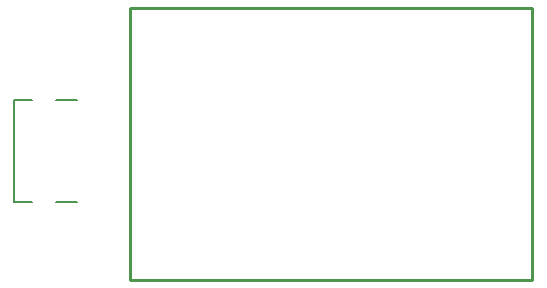
<source format=gto>
G04*
G04 #@! TF.GenerationSoftware,Altium Limited,Altium Designer,21.6.1 (37)*
G04*
G04 Layer_Color=65535*
%FSLAX25Y25*%
%MOIN*%
G70*
G04*
G04 #@! TF.SameCoordinates,AC7CD038-FE90-4222-8F95-758E89F8CD36*
G04*
G04*
G04 #@! TF.FilePolarity,Positive*
G04*
G01*
G75*
%ADD10C,0.01000*%
%ADD11C,0.00800*%
D10*
X33500Y99000D02*
X167500D01*
X33500Y8500D02*
Y99000D01*
X167500Y8500D02*
Y99000D01*
X33500Y8500D02*
X167500D01*
D11*
X-5158Y34472D02*
Y68528D01*
X860D01*
X8860Y68500D02*
X15860D01*
X-5158Y34472D02*
X860D01*
X8860Y34500D02*
X15860D01*
M02*

</source>
